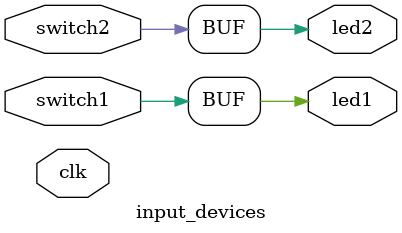
<source format=v>

module input_devices (
    input wire clk,           // 27MHz clock (not used in this simple example)
    input wire switch1,       // Switch 1 (Tang Nano button SW1) 
    input wire switch2,       // Switch 2 (Tang Nano button SW2)
    output wire led1,         // LED 1 (Red LED)
    output wire led2          // LED 2 (Green LED)
);

    // Direct connection - no debouncing, no clocking
    // This is the SIMPLEST possible digital input example
    
    // Tang Nano switches are active LOW (pressed = 0, released = 1)
    // Tang Nano LEDs are active LOW (on = 0, off = 1) 
    // So we need to invert both for intuitive behavior
    
    assign led1 = switch1;    // LED on when switch pressed
    assign led2 = switch2;    // LED on when switch pressed
    
    /* 
    Learning Notes - SIMPLE SWITCH-TO-LED:
    
    1. ASSIGN STATEMENTS: 
       - Continuous assignment (always active)
       - Like connecting wires directly
       - No clock needed for simple logic
    
    2. ACTIVE LOW vs ACTIVE HIGH:
       - Switch pressed = 0V = logic 0 (active low)
       - Switch released = 3.3V = logic 1 (active low)
       - LED on = 0V = logic 0 (active low) 
       - LED off = 3.3V = logic 1 (active low)
    
    3. POLARITY MATCHING:
       - switch1 = 0 (pressed) → led1 = 0 (on) ✓
       - switch1 = 1 (released) → led1 = 1 (off) ✓
       - Perfect match! No inversion needed.
    
    4. NO DEBOUNCING NEEDED:
       - LEDs respond instantly to switch state
       - No edge detection or counting involved
       - Mechanical bounce doesn't matter for this application
    
    5. NO CLOCK NEEDED:
       - Pure combinational logic
       - Propagation delay is nanoseconds
       - Real-time response
    
    Expected Behavior:
    - Press Switch 1 → Red LED turns on immediately
    - Release Switch 1 → Red LED turns off immediately  
    - Press Switch 2 → Green LED turns on immediately
    - Release Switch 2 → Green LED turns off immediately
    - Both switches work independently
    
    This is the foundation for ALL digital input processing!
    */

endmodule

</source>
